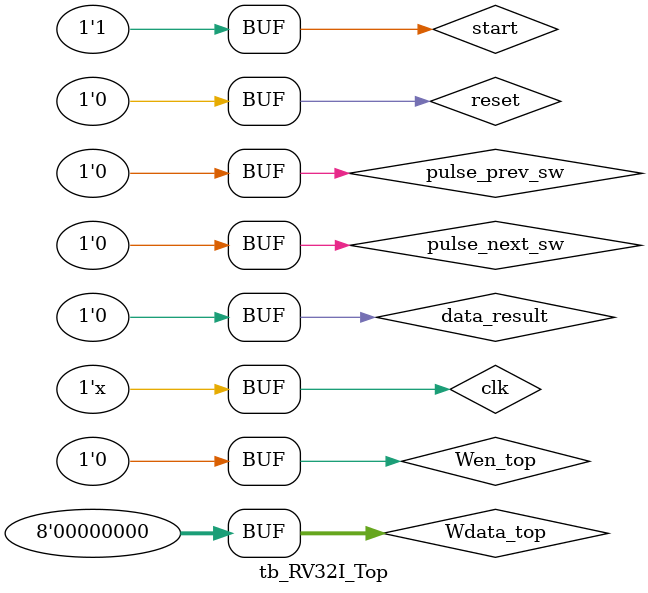
<source format=v>
`timescale 1ns / 1ps


module tb_RV32I_Top(
    );
    
    reg clk;
    reg reset;
    
    wire end_of_Instr_WB;
    wire [7:0] final_data;
    wire dp;
	wire [0:6] seg;
	wire [3:0] digit;
	reg [7:0] Wdata_top;
	reg data_result,start;
	reg Wen_top;
	reg pulse_next_sw,pulse_prev_sw;
	wire done;
	  
    RV32I_Top RV32I(
        .clk_100mhz(clk),
        .i_rst(reset),
        .pulse_next_sw(pulse_next_sw),
        .pulse_prev_sw(pulse_prev_sw),
        .data_result(data_result),
        .start(start),
        .Wdata_top(Wdata_top),
        .Wen_top(Wen_top),
        .end_of_Instr_WB(end_of_Instr_WB),
        .final_data(final_data),
        .dp(dp),
        .seg(seg),
        .digit(digit));
        
    always #10 clk = ~clk;
    
    initial begin
        clk=0;
        reset=1;
        
        #200
        reset=0;
    end
    
    initial begin
        start =0;
        data_result=0;
        Wen_top=0;
        Wdata_top = 8'd0;
        pulse_next_sw=0;
        pulse_prev_sw=0;
        #100
        //start = 1;
        
        /*#150;
        
        @(posedge clk);
        Wdata_top = 8'd56;
        repeat(4) @(posedge clk);
        Wen_top = 1'b1;
        repeat(4) @(posedge clk);
        Wen_top = 1'b0;
        
        #40;
        @(posedge clk);
        pulse_next_sw = 1'b1;
        repeat (20) @(posedge clk);
        pulse_next_sw = 1'b0;
        @(posedge clk);
        Wdata_top = 8'd10;

        repeat(4) @(posedge clk);
        Wen_top = 1'b1;
        repeat(4) @(posedge clk);
        Wen_top = 1'b0;
        
        #70;
        @(posedge clk);
        pulse_next_sw = 1'b1;
        repeat (20) @(posedge clk);
        pulse_next_sw = 1'b0;
        @(posedge clk);
        Wdata_top = 8'd20;
        
        repeat(4) @(posedge clk);
        Wen_top = 1'b1;
        repeat(4) @(posedge clk);
        Wen_top = 1'b0;
        
        #70;
        @(posedge clk);
        pulse_next_sw = 1'b1;
        repeat (20) @(posedge clk);
        pulse_next_sw = 1'b0;
        Wdata_top = 8'd35;
        
        repeat(4) @(posedge clk);
        Wen_top = 1'b1;
        repeat(4) @(posedge clk);
        Wen_top = 1'b0;
        
        #70;
        @(posedge clk);
        pulse_next_sw = 1'b1;
        repeat (20) @(posedge clk);
        pulse_next_sw = 1'b0;
        Wdata_top = 8'd16;
        
        repeat(4) @(posedge clk);
        Wen_top = 1'b1;
        repeat(4) @(posedge clk);
        Wen_top = 1'b0;
        
      
         #70;
        @(posedge clk);
        pulse_next_sw = 1'b1;
        repeat (20) @(posedge clk);
        pulse_next_sw = 1'b0;
        Wdata_top = 8'd78;
        
        repeat(4) @(posedge clk);
        Wen_top = 1'b1;
        repeat(4) @(posedge clk);
        Wen_top = 1'b0;          
        
        #70;
        @(posedge clk);
        pulse_next_sw = 1'b1;
        repeat (20) @(posedge clk);
        pulse_next_sw = 1'b0;
        Wdata_top = 8'd89;
        
        repeat(4) @(posedge clk);
        Wen_top = 1'b1;
        repeat(4) @(posedge clk);
        Wen_top = 1'b0;  */
        
         
        #50;
        start = 1'b1;
                     
        
    end
    
 
    
    assign done = end_of_Instr_WB;
    
        
endmodule

</source>
